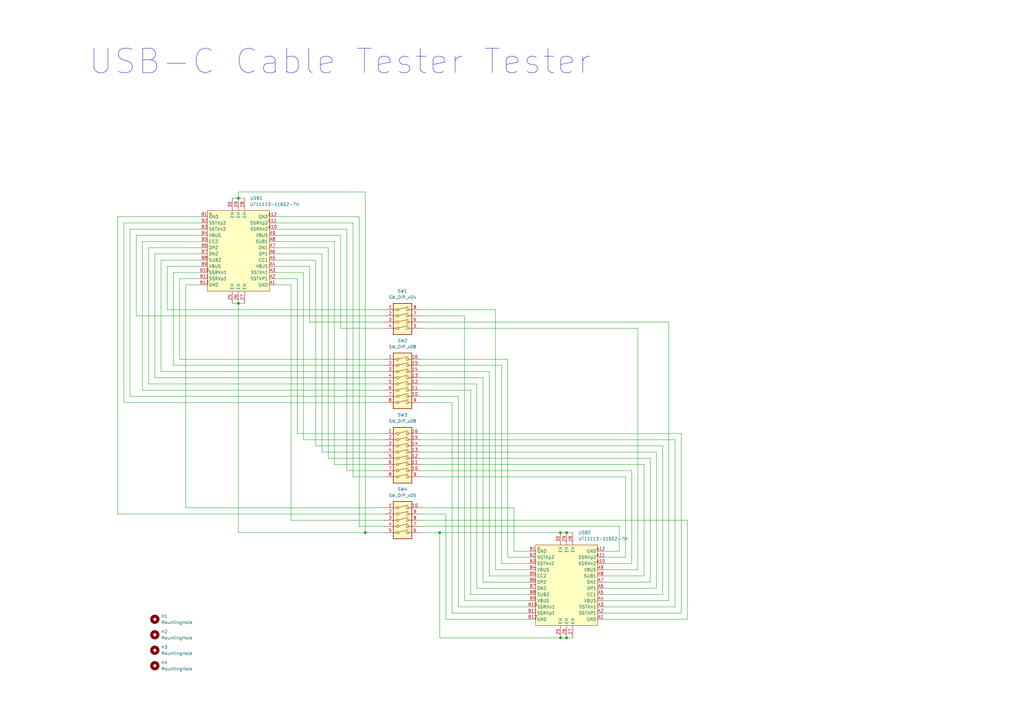
<source format=kicad_sch>
(kicad_sch (version 20231120) (generator "eeschema") (generator_version "8.0")
  (paper "A3")
  (title_block (title "USB-C Cable Tester Tester") (date "2025-01-12") (rev "v1.0") (company "@casartar"))
  (lib_symbols
    (symbol "Mechanical:MountingHole" (pin_names (offset 1.016)) (exclude_from_sim yes) (in_bom no)
      (property "Reference" "H" (at 0 5.08 0))
      (property "Value" "MountingHole" (at 0 3.175 0))
      (symbol "MountingHole_0_1"
        (circle (center 0 0) (radius 1.27) (stroke (width 1.27)))
      )
    )
    (symbol "Switch:SW_DIP_x04" (pin_names (offset 0) hide)
      (property "Reference" "SW" (at 0 8.89 0))
      (property "Value" "SW_DIP_x04" (at 0 -6.35 0))
      (symbol "SW_DIP_x04_0_0"
        (circle (center -2.032 -2.54) (radius 0.508))
        (circle (center -2.032 0) (radius 0.508))
        (circle (center -2.032 2.54) (radius 0.508))
        (circle (center -2.032 5.08) (radius 0.508))
        (polyline (pts (xy -1.524 -2.3876) (xy 2.3622 -1.3462)))
        (polyline (pts (xy -1.524 0.127) (xy 2.3622 1.1684)))
        (polyline (pts (xy -1.524 2.667) (xy 2.3622 3.7084)))
        (polyline (pts (xy -1.524 5.207) (xy 2.3622 6.2484)))
        (circle (center 2.032 -2.54) (radius 0.508))
        (circle (center 2.032 0) (radius 0.508))
        (circle (center 2.032 2.54) (radius 0.508))
        (circle (center 2.032 5.08) (radius 0.508))
      )
      (symbol "SW_DIP_x04_0_1"
        (rectangle (start -3.81 7.62) (end 3.81 -5.08) (stroke (width 0.254)) (fill (type background)))
      )
      (symbol "SW_DIP_x04_1_1"
        (pin passive line (at -7.62 5.08 0) (length 5.08) (name "~") (number "1"))
        (pin passive line (at -7.62 2.54 0) (length 5.08) (name "~") (number "2"))
        (pin passive line (at -7.62 0 0) (length 5.08) (name "~") (number "3"))
        (pin passive line (at -7.62 -2.54 0) (length 5.08) (name "~") (number "4"))
        (pin passive line (at 7.62 -2.54 180) (length 5.08) (name "~") (number "5"))
        (pin passive line (at 7.62 0 180) (length 5.08) (name "~") (number "6"))
        (pin passive line (at 7.62 2.54 180) (length 5.08) (name "~") (number "7"))
        (pin passive line (at 7.62 5.08 180) (length 5.08) (name "~") (number "8"))
      )
    )
    (symbol "Switch:SW_DIP_x05" (pin_names (offset 0) hide)
      (property "Reference" "SW" (at 0 8.89 0))
      (property "Value" "SW_DIP_x05" (at 0 -8.89 0))
      (symbol "SW_DIP_x05_0_0"
        (circle (center -2.032 -5.08) (radius 0.508))
        (circle (center -2.032 -2.54) (radius 0.508))
        (circle (center -2.032 0) (radius 0.508))
        (circle (center -2.032 2.54) (radius 0.508))
        (circle (center -2.032 5.08) (radius 0.508))
        (polyline (pts (xy -1.524 -4.9276) (xy 2.3622 -3.8862)))
        (polyline (pts (xy -1.524 -2.3876) (xy 2.3622 -1.3462)))
        (polyline (pts (xy -1.524 0.127) (xy 2.3622 1.1684)))
        (polyline (pts (xy -1.524 2.667) (xy 2.3622 3.7084)))
        (polyline (pts (xy -1.524 5.207) (xy 2.3622 6.2484)))
        (circle (center 2.032 -5.08) (radius 0.508))
        (circle (center 2.032 -2.54) (radius 0.508))
        (circle (center 2.032 0) (radius 0.508))
        (circle (center 2.032 2.54) (radius 0.508))
        (circle (center 2.032 5.08) (radius 0.508))
      )
      (symbol "SW_DIP_x05_0_1"
        (rectangle (start -3.81 7.62) (end 3.81 -7.62) (stroke (width 0.254)) (fill (type background)))
      )
      (symbol "SW_DIP_x05_1_1"
        (pin passive line (at -7.62 5.08 0) (length 5.08) (name "~") (number "1"))
        (pin passive line (at 7.62 5.08 180) (length 5.08) (name "~") (number "10"))
        (pin passive line (at -7.62 2.54 0) (length 5.08) (name "~") (number "2"))
        (pin passive line (at -7.62 0 0) (length 5.08) (name "~") (number "3"))
        (pin passive line (at -7.62 -2.54 0) (length 5.08) (name "~") (number "4"))
        (pin passive line (at -7.62 -5.08 0) (length 5.08) (name "~") (number "5"))
        (pin passive line (at 7.62 -5.08 180) (length 5.08) (name "~") (number "6"))
        (pin passive line (at 7.62 -2.54 180) (length 5.08) (name "~") (number "7"))
        (pin passive line (at 7.62 0 180) (length 5.08) (name "~") (number "8"))
        (pin passive line (at 7.62 2.54 180) (length 5.08) (name "~") (number "9"))
      )
    )
    (symbol "Switch:SW_DIP_x08" (pin_names (offset 0) hide)
      (property "Reference" "SW" (at 0 13.97 0))
      (property "Value" "SW_DIP_x08" (at 0 -11.43 0))
      (symbol "SW_DIP_x08_0_0"
        (circle (center -2.032 -7.62) (radius 0.508))
        (circle (center -2.032 -5.08) (radius 0.508))
        (circle (center -2.032 -2.54) (radius 0.508))
        (circle (center -2.032 0) (radius 0.508))
        (circle (center -2.032 2.54) (radius 0.508))
        (circle (center -2.032 5.08) (radius 0.508))
        (circle (center -2.032 7.62) (radius 0.508))
        (circle (center -2.032 10.16) (radius 0.508))
        (polyline (pts (xy -1.524 -7.4676) (xy 2.3622 -6.4262)))
        (polyline (pts (xy -1.524 -4.9276) (xy 2.3622 -3.8862)))
        (polyline (pts (xy -1.524 -2.3876) (xy 2.3622 -1.3462)))
        (polyline (pts (xy -1.524 0.127) (xy 2.3622 1.1684)))
        (polyline (pts (xy -1.524 2.667) (xy 2.3622 3.7084)))
        (polyline (pts (xy -1.524 5.207) (xy 2.3622 6.2484)))
        (polyline (pts (xy -1.524 7.747) (xy 2.3622 8.7884)))
        (polyline (pts (xy -1.524 10.287) (xy 2.3622 11.3284)))
        (circle (center 2.032 -7.62) (radius 0.508))
        (circle (center 2.032 -5.08) (radius 0.508))
        (circle (center 2.032 -2.54) (radius 0.508))
        (circle (center 2.032 0) (radius 0.508))
        (circle (center 2.032 2.54) (radius 0.508))
        (circle (center 2.032 5.08) (radius 0.508))
        (circle (center 2.032 7.62) (radius 0.508))
        (circle (center 2.032 10.16) (radius 0.508))
      )
      (symbol "SW_DIP_x08_0_1"
        (rectangle (start -3.81 12.7) (end 3.81 -10.16) (stroke (width 0.254)) (fill (type background)))
      )
      (symbol "SW_DIP_x08_1_1"
        (pin passive line (at -7.62 10.16 0) (length 5.08) (name "~") (number "1"))
        (pin passive line (at 7.62 -5.08 180) (length 5.08) (name "~") (number "10"))
        (pin passive line (at 7.62 -2.54 180) (length 5.08) (name "~") (number "11"))
        (pin passive line (at 7.62 0 180) (length 5.08) (name "~") (number "12"))
        (pin passive line (at 7.62 2.54 180) (length 5.08) (name "~") (number "13"))
        (pin passive line (at 7.62 5.08 180) (length 5.08) (name "~") (number "14"))
        (pin passive line (at 7.62 7.62 180) (length 5.08) (name "~") (number "15"))
        (pin passive line (at 7.62 10.16 180) (length 5.08) (name "~") (number "16"))
        (pin passive line (at -7.62 7.62 0) (length 5.08) (name "~") (number "2"))
        (pin passive line (at -7.62 5.08 0) (length 5.08) (name "~") (number "3"))
        (pin passive line (at -7.62 2.54 0) (length 5.08) (name "~") (number "4"))
        (pin passive line (at -7.62 0 0) (length 5.08) (name "~") (number "5"))
        (pin passive line (at -7.62 -2.54 0) (length 5.08) (name "~") (number "6"))
        (pin passive line (at -7.62 -5.08 0) (length 5.08) (name "~") (number "7"))
        (pin passive line (at -7.62 -7.62 0) (length 5.08) (name "~") (number "8"))
        (pin passive line (at 7.62 -7.62 180) (length 5.08) (name "~") (number "9"))
      )
    )
    (symbol "easyeda2kicad:UT11113-11602-7H"
      (property "Reference" "USB" (at 0 25.4 0))
      (property "Value" "UT11113-11602-7H" (at 0 -27.94 0))
      (symbol "UT11113-11602-7H_0_1"
        (rectangle (start -12.7 15.24) (end 12.7 -17.78) (fill (type background)))
        (circle (center -11.43 13.97) (radius 0.38))
        (pin unspecified line (at -2.54 -22.86 90) (length 5.08) (name "EH") (number "25"))
        (pin unspecified line (at 0 -22.86 90) (length 5.08) (name "EH") (number "26"))
        (pin unspecified line (at 2.54 -22.86 90) (length 5.08) (name "EH") (number "27"))
        (pin unspecified line (at 2.54 20.32 270) (length 5.08) (name "EH") (number "28"))
        (pin unspecified line (at 0 20.32 270) (length 5.08) (name "EH") (number "29"))
        (pin unspecified line (at -2.54 20.32 270) (length 5.08) (name "EH") (number "30"))
        (pin unspecified line (at 15.24 -15.24 180) (length 2.54) (name "GND") (number "A1"))
        (pin unspecified line (at 15.24 7.62 180) (length 2.54) (name "SSRXn2") (number "A10"))
        (pin unspecified line (at 15.24 10.16 180) (length 2.54) (name "SSRXp2") (number "A11"))
        (pin unspecified line (at 15.24 12.7 180) (length 2.54) (name "GND") (number "A12"))
        (pin unspecified line (at 15.24 -12.7 180) (length 2.54) (name "SSTXP1") (number "A2"))
        (pin unspecified line (at 15.24 -10.16 180) (length 2.54) (name "SSTXn1") (number "A3"))
        (pin unspecified line (at 15.24 -7.62 180) (length 2.54) (name "VBUS") (number "A4"))
        (pin unspecified line (at 15.24 -5.08 180) (length 2.54) (name "CC1") (number "A5"))
        (pin unspecified line (at 15.24 -2.54 180) (length 2.54) (name "DP1") (number "A6"))
        (pin unspecified line (at 15.24 0 180) (length 2.54) (name "DN1") (number "A7"))
        (pin unspecified line (at 15.24 2.54 180) (length 2.54) (name "SUB1") (number "A8"))
        (pin unspecified line (at 15.24 5.08 180) (length 2.54) (name "VBUS") (number "A9"))
        (pin unspecified line (at -15.24 12.7 0) (length 2.54) (name "GND") (number "B1"))
        (pin unspecified line (at -15.24 -10.16 0) (length 2.54) (name "SSRXn1") (number "B10"))
        (pin unspecified line (at -15.24 -12.7 0) (length 2.54) (name "SSRXp1") (number "B11"))
        (pin unspecified line (at -15.24 -15.24 0) (length 2.54) (name "GND") (number "B12"))
        (pin unspecified line (at -15.24 10.16 0) (length 2.54) (name "SSTXp2") (number "B2"))
        (pin unspecified line (at -15.24 7.62 0) (length 2.54) (name "SSTXn2") (number "B3"))
        (pin unspecified line (at -15.24 5.08 0) (length 2.54) (name "VBUS") (number "B4"))
        (pin unspecified line (at -15.24 2.54 0) (length 2.54) (name "CC2") (number "B5"))
        (pin unspecified line (at -15.24 0 0) (length 2.54) (name "DP2") (number "B6"))
        (pin unspecified line (at -15.24 -2.54 0) (length 2.54) (name "DN2") (number "B7"))
        (pin unspecified line (at -15.24 -5.08 0) (length 2.54) (name "SUB2") (number "B8"))
        (pin unspecified line (at -15.24 -7.62 0) (length 2.54) (name "VBUS") (number "B9"))
      )
    )
  )
  (junction (at 232.41 218.44))
  (junction (at 232.41 261.62))
  (junction (at 229.87 261.62))
  (junction (at 149.86 218.44))
  (junction (at 229.87 218.44))
  (junction (at 180.34 218.44))
  (junction (at 97.79 124.46))
  (junction (at 97.79 81.28))
  (wire (pts (xy 157.48 210.82) (xy 48.26 210.82)))
  (wire (pts (xy 269.24 241.3) (xy 269.24 185.42)))
  (wire (pts (xy 149.86 78.74) (xy 149.86 218.44)))
  (wire (pts (xy 139.7 134.62) (xy 139.7 96.52)))
  (wire (pts (xy 234.95 261.62) (xy 232.41 261.62)))
  (wire (pts (xy 157.48 134.62) (xy 139.7 134.62)))
  (wire (pts (xy 157.48 185.42) (xy 132.08 185.42)))
  (wire (pts (xy 66.04 152.4) (xy 66.04 106.68)))
  (wire (pts (xy 97.79 218.44) (xy 97.79 124.46)))
  (wire (pts (xy 157.48 187.96) (xy 134.62 187.96)))
  (wire (pts (xy 261.62 233.68) (xy 261.62 134.62)))
  (wire (pts (xy 157.48 149.86) (xy 71.12 149.86)))
  (wire (pts (xy 55.88 129.54) (xy 55.88 96.52)))
  (wire (pts (xy 210.82 208.28) (xy 210.82 226.06)))
  (wire (pts (xy 232.41 261.62) (xy 229.87 261.62)))
  (wire (pts (xy 71.12 111.76) (xy 82.55 111.76)))
  (wire (pts (xy 157.48 218.44) (xy 149.86 218.44)))
  (wire (pts (xy 48.26 88.9) (xy 82.55 88.9)))
  (wire (pts (xy 217.17 246.38) (xy 190.5 246.38)))
  (wire (pts (xy 266.7 238.76) (xy 266.7 187.96)))
  (wire (pts (xy 193.04 243.84) (xy 193.04 160.02)))
  (wire (pts (xy 254 226.06) (xy 247.65 226.06)))
  (wire (pts (xy 259.08 193.04) (xy 172.72 193.04)))
  (wire (pts (xy 261.62 134.62) (xy 172.72 134.62)))
  (wire (pts (xy 113.03 111.76) (xy 124.46 111.76)))
  (wire (pts (xy 157.48 165.1) (xy 50.8 165.1)))
  (wire (pts (xy 217.17 254) (xy 182.88 254)))
  (wire (pts (xy 113.03 101.6) (xy 134.62 101.6)))
  (wire (pts (xy 157.48 127) (xy 68.58 127)))
  (wire (pts (xy 271.78 243.84) (xy 247.65 243.84)))
  (wire (pts (xy 147.32 215.9) (xy 147.32 88.9)))
  (wire (pts (xy 269.24 241.3) (xy 247.65 241.3)))
  (wire (pts (xy 60.96 157.48) (xy 60.96 101.6)))
  (wire (pts (xy 234.95 218.44) (xy 232.41 218.44)))
  (wire (pts (xy 203.2 127) (xy 203.2 233.68)))
  (wire (pts (xy 157.48 190.5) (xy 137.16 190.5)))
  (wire (pts (xy 157.48 132.08) (xy 127 132.08)))
  (wire (pts (xy 113.03 88.9) (xy 147.32 88.9)))
  (wire (pts (xy 259.08 231.14) (xy 259.08 193.04)))
  (wire (pts (xy 50.8 165.1) (xy 50.8 91.44)))
  (wire (pts (xy 172.72 147.32) (xy 208.28 147.32)))
  (wire (pts (xy 261.62 233.68) (xy 247.65 233.68)))
  (wire (pts (xy 229.87 218.44) (xy 180.34 218.44)))
  (wire (pts (xy 73.66 147.32) (xy 73.66 114.3)))
  (wire (pts (xy 53.34 162.56) (xy 53.34 93.98)))
  (wire (pts (xy 217.17 238.76) (xy 198.12 238.76)))
  (wire (pts (xy 279.4 251.46) (xy 279.4 177.8)))
  (wire (pts (xy 68.58 127) (xy 68.58 109.22)))
  (wire (pts (xy 281.94 213.36) (xy 172.72 213.36)))
  (wire (pts (xy 58.42 160.02) (xy 58.42 99.06)))
  (wire (pts (xy 129.54 182.88) (xy 129.54 106.68)))
  (wire (pts (xy 157.48 193.04) (xy 142.24 193.04)))
  (wire (pts (xy 137.16 190.5) (xy 137.16 99.06)))
  (wire (pts (xy 190.5 246.38) (xy 190.5 129.54)))
  (wire (pts (xy 276.86 180.34) (xy 172.72 180.34)))
  (wire (pts (xy 97.79 78.74) (xy 149.86 78.74)))
  (wire (pts (xy 217.17 231.14) (xy 205.74 231.14)))
  (wire (pts (xy 113.03 96.52) (xy 139.7 96.52)))
  (wire (pts (xy 271.78 243.84) (xy 271.78 182.88)))
  (wire (pts (xy 276.86 248.92) (xy 276.86 180.34)))
  (wire (pts (xy 73.66 147.32) (xy 157.48 147.32)))
  (wire (pts (xy 157.48 154.94) (xy 63.5 154.94)))
  (wire (pts (xy 113.03 106.68) (xy 129.54 106.68)))
  (wire (pts (xy 217.17 248.92) (xy 187.96 248.92)))
  (wire (pts (xy 55.88 96.52) (xy 82.55 96.52)))
  (wire (pts (xy 274.32 132.08) (xy 172.72 132.08)))
  (wire (pts (xy 113.03 114.3) (xy 121.92 114.3)))
  (wire (pts (xy 232.41 218.44) (xy 229.87 218.44)))
  (wire (pts (xy 124.46 180.34) (xy 124.46 111.76)))
  (wire (pts (xy 113.03 104.14) (xy 132.08 104.14)))
  (wire (pts (xy 63.5 104.14) (xy 82.55 104.14)))
  (wire (pts (xy 132.08 185.42) (xy 132.08 104.14)))
  (wire (pts (xy 264.16 190.5) (xy 172.72 190.5)))
  (wire (pts (xy 254 215.9) (xy 172.72 215.9)))
  (wire (pts (xy 274.32 246.38) (xy 274.32 132.08)))
  (wire (pts (xy 172.72 127) (xy 203.2 127)))
  (wire (pts (xy 200.66 236.22) (xy 200.66 152.4)))
  (wire (pts (xy 157.48 160.02) (xy 58.42 160.02)))
  (wire (pts (xy 266.7 238.76) (xy 247.65 238.76)))
  (wire (pts (xy 256.54 228.6) (xy 247.65 228.6)))
  (wire (pts (xy 256.54 228.6) (xy 256.54 195.58)))
  (wire (pts (xy 157.48 162.56) (xy 53.34 162.56)))
  (wire (pts (xy 95.25 124.46) (xy 97.79 124.46)))
  (wire (pts (xy 157.48 180.34) (xy 124.46 180.34)))
  (wire (pts (xy 127 132.08) (xy 127 109.22)))
  (wire (pts (xy 185.42 165.1) (xy 172.72 165.1)))
  (wire (pts (xy 182.88 254) (xy 182.88 210.82)))
  (wire (pts (xy 195.58 157.48) (xy 172.72 157.48)))
  (wire (pts (xy 266.7 187.96) (xy 172.72 187.96)))
  (wire (pts (xy 157.48 129.54) (xy 55.88 129.54)))
  (wire (pts (xy 259.08 231.14) (xy 247.65 231.14)))
  (wire (pts (xy 113.03 99.06) (xy 137.16 99.06)))
  (wire (pts (xy 217.17 241.3) (xy 195.58 241.3)))
  (wire (pts (xy 71.12 149.86) (xy 71.12 111.76)))
  (wire (pts (xy 121.92 177.8) (xy 157.48 177.8)))
  (wire (pts (xy 217.17 243.84) (xy 193.04 243.84)))
  (wire (pts (xy 60.96 101.6) (xy 82.55 101.6)))
  (wire (pts (xy 157.48 208.28) (xy 76.2 208.28)))
  (wire (pts (xy 95.25 81.28) (xy 97.79 81.28)))
  (wire (pts (xy 97.79 78.74) (xy 97.79 81.28)))
  (wire (pts (xy 172.72 149.86) (xy 205.74 149.86)))
  (wire (pts (xy 190.5 129.54) (xy 172.72 129.54)))
  (wire (pts (xy 76.2 116.84) (xy 76.2 208.28)))
  (wire (pts (xy 256.54 195.58) (xy 172.72 195.58)))
  (wire (pts (xy 185.42 251.46) (xy 185.42 165.1)))
  (wire (pts (xy 113.03 116.84) (xy 119.38 116.84)))
  (wire (pts (xy 217.17 228.6) (xy 208.28 228.6)))
  (wire (pts (xy 217.17 236.22) (xy 200.66 236.22)))
  (wire (pts (xy 187.96 248.92) (xy 187.96 162.56)))
  (wire (pts (xy 180.34 218.44) (xy 180.34 261.62)))
  (wire (pts (xy 134.62 187.96) (xy 134.62 101.6)))
  (wire (pts (xy 193.04 160.02) (xy 172.72 160.02)))
  (wire (pts (xy 63.5 154.94) (xy 63.5 104.14)))
  (wire (pts (xy 229.87 261.62) (xy 180.34 261.62)))
  (wire (pts (xy 264.16 236.22) (xy 247.65 236.22)))
  (wire (pts (xy 157.48 215.9) (xy 147.32 215.9)))
  (wire (pts (xy 281.94 254) (xy 247.65 254)))
  (wire (pts (xy 157.48 182.88) (xy 129.54 182.88)))
  (wire (pts (xy 198.12 154.94) (xy 172.72 154.94)))
  (wire (pts (xy 279.4 177.8) (xy 172.72 177.8)))
  (wire (pts (xy 119.38 116.84) (xy 119.38 213.36)))
  (wire (pts (xy 276.86 248.92) (xy 247.65 248.92)))
  (wire (pts (xy 271.78 182.88) (xy 172.72 182.88)))
  (wire (pts (xy 205.74 149.86) (xy 205.74 231.14)))
  (wire (pts (xy 113.03 91.44) (xy 144.78 91.44)))
  (wire (pts (xy 217.17 226.06) (xy 210.82 226.06)))
  (wire (pts (xy 48.26 210.82) (xy 48.26 88.9)))
  (wire (pts (xy 279.4 251.46) (xy 247.65 251.46)))
  (wire (pts (xy 142.24 193.04) (xy 142.24 93.98)))
  (wire (pts (xy 119.38 213.36) (xy 157.48 213.36)))
  (wire (pts (xy 121.92 114.3) (xy 121.92 177.8)))
  (wire (pts (xy 113.03 109.22) (xy 127 109.22)))
  (wire (pts (xy 269.24 185.42) (xy 172.72 185.42)))
  (wire (pts (xy 157.48 152.4) (xy 66.04 152.4)))
  (wire (pts (xy 254 226.06) (xy 254 215.9)))
  (wire (pts (xy 144.78 195.58) (xy 144.78 91.44)))
  (wire (pts (xy 73.66 114.3) (xy 82.55 114.3)))
  (wire (pts (xy 157.48 157.48) (xy 60.96 157.48)))
  (wire (pts (xy 50.8 91.44) (xy 82.55 91.44)))
  (wire (pts (xy 182.88 210.82) (xy 172.72 210.82)))
  (wire (pts (xy 198.12 238.76) (xy 198.12 154.94)))
  (wire (pts (xy 217.17 233.68) (xy 203.2 233.68)))
  (wire (pts (xy 97.79 124.46) (xy 100.33 124.46)))
  (wire (pts (xy 53.34 93.98) (xy 82.55 93.98)))
  (wire (pts (xy 187.96 162.56) (xy 172.72 162.56)))
  (wire (pts (xy 180.34 218.44) (xy 172.72 218.44)))
  (wire (pts (xy 113.03 93.98) (xy 142.24 93.98)))
  (wire (pts (xy 149.86 218.44) (xy 97.79 218.44)))
  (wire (pts (xy 97.79 81.28) (xy 100.33 81.28)))
  (wire (pts (xy 208.28 147.32) (xy 208.28 228.6)))
  (wire (pts (xy 58.42 99.06) (xy 82.55 99.06)))
  (wire (pts (xy 157.48 195.58) (xy 144.78 195.58)))
  (wire (pts (xy 66.04 106.68) (xy 82.55 106.68)))
  (wire (pts (xy 76.2 116.84) (xy 82.55 116.84)))
  (wire (pts (xy 68.58 109.22) (xy 82.55 109.22)))
  (wire (pts (xy 264.16 236.22) (xy 264.16 190.5)))
  (wire (pts (xy 217.17 251.46) (xy 185.42 251.46)))
  (wire (pts (xy 195.58 241.3) (xy 195.58 157.48)))
  (wire (pts (xy 274.32 246.38) (xy 247.65 246.38)))
  (wire (pts (xy 172.72 208.28) (xy 210.82 208.28)))
  (wire (pts (xy 200.66 152.4) (xy 172.72 152.4)))
  (wire (pts (xy 281.94 254) (xy 281.94 213.36)))
  (text "USB-C Cable Tester Tester" (at 36.068 25.4 0) (effects (font (size 10 10)) (justify left)))
  (symbol (lib_id "Switch:SW_DIP_x05") (at 165.1 213.36 0) (unit 1)
    (property "Reference" "SW4" (at 165.1 200.66 0))
    (property "Value" "SW_DIP_x05" (at 165.1 203.2 0))
    (property "Footprint" "Button_Switch_THT:SW_DIP_SPSTx05_Slide_9.78x14.88mm_W7.62mm_P2.54mm" (effects (hide yes)))
    (property "Description" "5x DIP Switch, Single Pole Single Throw (SPST) switch, small symbol" (effects (hide yes)))
  )
  (symbol (lib_id "easyeda2kicad:UT11113-11602-7H") (at 232.41 238.76 0) (unit 1)
    (property "Reference" "USB2" (at 237.1441 218.44 0) (effects (justify left)))
    (property "Value" "UT11113-11602-7H" (at 237.1441 220.98 0) (effects (justify left)))
    (property "Footprint" "easyeda2kicad:USB-C-SMD_UT11113-11602-7H" (effects (hide yes)))
    (property "LCSC Part" "C2761408" (effects (hide yes)))
  )
  (symbol (lib_id "Mechanical:MountingHole") (at 63.5 254 0) (unit 1) (exclude_from_sim yes) (in_bom no)
    (property "Reference" "H1" (at 66.04 252.7299 0) (effects (justify left)))
    (property "Value" "MountingHole" (at 66.04 255.2699 0) (effects (justify left)))
    (property "Footprint" "MountingHole:MountingHole_3.2mm_M3" (effects (hide yes)))
    (property "Description" "Mounting Hole without connection" (effects (hide yes)))
  )
  (symbol (lib_id "Mechanical:MountingHole") (at 63.5 273.05 0) (unit 1) (exclude_from_sim yes) (in_bom no)
    (property "Reference" "H4" (at 66.04 271.7799 0) (effects (justify left)))
    (property "Value" "MountingHole" (at 66.04 274.3199 0) (effects (justify left)))
    (property "Footprint" "MountingHole:MountingHole_3.2mm_M3" (effects (hide yes)))
    (property "Description" "Mounting Hole without connection" (effects (hide yes)))
  )
  (symbol (lib_id "easyeda2kicad:UT11113-11602-7H") (at 97.79 101.6 0) (unit 1)
    (property "Reference" "USB1" (at 102.5241 81.28 0) (effects (justify left)))
    (property "Value" "UT11113-11602-7H" (at 102.5241 83.82 0) (effects (justify left)))
    (property "Footprint" "easyeda2kicad:USB-C-SMD_UT11113-11602-7H" (effects (hide yes)))
    (property "LCSC Part" "C2761408" (effects (hide yes)))
  )
  (symbol (lib_id "Switch:SW_DIP_x08") (at 165.1 187.96 0) (unit 1)
    (property "Reference" "SW3" (at 165.1 170.18 0))
    (property "Value" "SW_DIP_x08" (at 165.1 172.72 0))
    (property "Footprint" "Button_Switch_THT:SW_DIP_SPSTx08_Slide_9.78x22.5mm_W7.62mm_P2.54mm" (effects (hide yes)))
    (property "Description" "8x DIP Switch, Single Pole Single Throw (SPST) switch, small symbol" (effects (hide yes)))
  )
  (symbol (lib_id "Switch:SW_DIP_x04") (at 165.1 132.08 0) (unit 1)
    (property "Reference" "SW1" (at 165.1 119.38 0))
    (property "Value" "SW_DIP_x04" (at 165.1 121.92 0))
    (property "Footprint" "Button_Switch_THT:SW_DIP_SPSTx04_Slide_9.78x12.34mm_W7.62mm_P2.54mm" (effects (hide yes)))
    (property "Description" "4x DIP Switch, Single Pole Single Throw (SPST) switch, small symbol" (effects (hide yes)))
  )
  (symbol (lib_id "Switch:SW_DIP_x08") (at 165.1 157.48 0) (unit 1)
    (property "Reference" "SW2" (at 165.1 139.7 0))
    (property "Value" "SW_DIP_x08" (at 165.1 142.24 0))
    (property "Footprint" "Button_Switch_THT:SW_DIP_SPSTx08_Slide_9.78x22.5mm_W7.62mm_P2.54mm" (effects (hide yes)))
    (property "Description" "8x DIP Switch, Single Pole Single Throw (SPST) switch, small symbol" (effects (hide yes)))
  )
  (symbol (lib_id "Mechanical:MountingHole") (at 63.5 266.7 0) (unit 1) (exclude_from_sim yes) (in_bom no)
    (property "Reference" "H3" (at 66.04 265.4299 0) (effects (justify left)))
    (property "Value" "MountingHole" (at 66.04 267.9699 0) (effects (justify left)))
    (property "Footprint" "MountingHole:MountingHole_3.2mm_M3" (effects (hide yes)))
    (property "Description" "Mounting Hole without connection" (effects (hide yes)))
  )
  (symbol (lib_id "Mechanical:MountingHole") (at 63.5 260.35 0) (unit 1) (exclude_from_sim yes) (in_bom no)
    (property "Reference" "H2" (at 66.04 259.0799 0) (effects (justify left)))
    (property "Value" "MountingHole" (at 66.04 261.6199 0) (effects (justify left)))
    (property "Footprint" "MountingHole:MountingHole_3.2mm_M3" (effects (hide yes)))
    (property "Description" "Mounting Hole without connection" (effects (hide yes)))
  )
)
</source>
